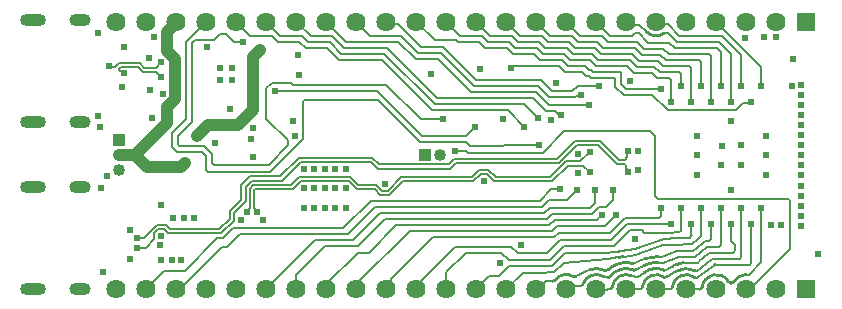
<source format=gbl>
G04*
G04 #@! TF.GenerationSoftware,Altium Limited,Altium Designer,25.8.1 (18)*
G04*
G04 Layer_Physical_Order=4*
G04 Layer_Color=16711680*
%FSLAX25Y25*%
%MOIN*%
G70*
G04*
G04 #@! TF.SameCoordinates,507DAA70-145D-422E-80CD-167F3C6471A6*
G04*
G04*
G04 #@! TF.FilePolarity,Positive*
G04*
G01*
G75*
%ADD11C,0.00600*%
G04:AMPARAMS|DCode=53|XSize=39.37mil|YSize=70.87mil|CornerRadius=19.68mil|HoleSize=0mil|Usage=FLASHONLY|Rotation=270.000|XOffset=0mil|YOffset=0mil|HoleType=Round|Shape=RoundedRectangle|*
%AMROUNDEDRECTD53*
21,1,0.03937,0.03150,0,0,270.0*
21,1,0.00000,0.07087,0,0,270.0*
1,1,0.03937,-0.01575,0.00000*
1,1,0.03937,-0.01575,0.00000*
1,1,0.03937,0.01575,0.00000*
1,1,0.03937,0.01575,0.00000*
%
%ADD53ROUNDEDRECTD53*%
G04:AMPARAMS|DCode=54|XSize=39.37mil|YSize=86.61mil|CornerRadius=19.68mil|HoleSize=0mil|Usage=FLASHONLY|Rotation=270.000|XOffset=0mil|YOffset=0mil|HoleType=Round|Shape=RoundedRectangle|*
%AMROUNDEDRECTD54*
21,1,0.03937,0.04724,0,0,270.0*
21,1,0.00000,0.08661,0,0,270.0*
1,1,0.03937,-0.02362,0.00000*
1,1,0.03937,-0.02362,0.00000*
1,1,0.03937,0.02362,0.00000*
1,1,0.03937,0.02362,0.00000*
%
%ADD54ROUNDEDRECTD54*%
%ADD58C,0.01000*%
%ADD59C,0.01000*%
%ADD66C,0.00603*%
%ADD67R,0.06400X0.06400*%
%ADD68C,0.06400*%
%ADD69C,0.04000*%
%ADD70R,0.04000X0.04000*%
%ADD71R,0.04000X0.04000*%
%ADD72C,0.02400*%
%ADD74C,0.04000*%
D11*
X73700Y87553D02*
X76773D01*
X76800Y87580D01*
X70953Y90300D02*
X73700Y87553D01*
X59682Y53000D02*
X59682Y53000D01*
X55000Y53586D02*
Y56479D01*
X55586Y53000D02*
X59682D01*
X55000Y53586D02*
X55586Y53000D01*
X69047Y90300D02*
X70953D01*
X59700Y65256D02*
Y87437D01*
X67747Y89000D02*
X69047Y90300D01*
X67247Y88500D02*
X67747Y89000D01*
X59700Y61179D02*
Y65256D01*
Y87437D02*
X60763Y88500D01*
X67247D01*
X55000Y56479D02*
X59700Y61179D01*
X67086Y46800D02*
X85290D01*
X66500Y47386D02*
Y50424D01*
Y47386D02*
X67086Y46800D01*
X84500Y72318D02*
X86000Y73818D01*
X84500Y65256D02*
Y72318D01*
X86000Y73818D02*
X86382Y74200D01*
X84500Y62182D02*
X91745Y54937D01*
X84500Y62182D02*
Y65256D01*
X92800Y74200D02*
X93500Y73500D01*
X86382Y74200D02*
X92800D01*
X91745Y53255D02*
Y54937D01*
X85290Y46800D02*
X91745Y53255D01*
X63924Y53000D02*
X66500Y50424D01*
X59682Y53000D02*
X63924D01*
X59682Y53000D02*
Y53000D01*
X93500Y73500D02*
X124500D01*
X151000Y56500D02*
X154000Y59500D01*
X136500Y56500D02*
X151000D01*
X121500Y71500D02*
X136500Y56500D01*
X87500Y71500D02*
X121500D01*
X194286Y79800D02*
X204887D01*
X192286Y81800D02*
X194286Y79800D01*
X185886Y81800D02*
X192286D01*
X183900Y83786D02*
X185886Y81800D01*
X176729Y83786D02*
X183900D01*
X174715Y85800D02*
X176729Y83786D01*
X167543Y85800D02*
X174715D01*
X165543Y87800D02*
X167543Y85800D01*
X158371Y87800D02*
X165543D01*
X156371Y89800D02*
X158371Y87800D01*
X149200Y89800D02*
X156371D01*
X144500Y94500D02*
X149200Y89800D01*
X204887Y79800D02*
X207187Y77500D01*
X212972D01*
X74500Y94500D02*
X79200Y89800D01*
X86371D01*
X88372Y87800D01*
X95543D01*
X97607Y85736D01*
X104779D01*
X108715Y81800D01*
X123058D01*
X139858Y65000D01*
X165000D01*
X170500Y59500D01*
X217704Y81696D02*
X228879D01*
X215900Y83500D02*
X217704Y81696D01*
X228879D02*
X229465Y81110D01*
Y73043D02*
Y81110D01*
X209672Y83500D02*
X215900D01*
X207372Y85800D02*
X209672Y83500D01*
X196772Y85800D02*
X207372D01*
X179214Y89786D02*
X186386D01*
X188372Y87800D01*
X174500Y94500D02*
X179214Y89786D01*
X188372Y87800D02*
X194772D01*
X196772Y85800D01*
X178611Y66732D02*
X192232D01*
X174343Y71000D02*
X178611Y66732D01*
X104500Y94500D02*
X111200Y87800D01*
X141843Y82000D02*
X152843Y71000D01*
X128543Y87800D02*
X134343Y82000D01*
X152843Y71000D02*
X174343D01*
X134343Y82000D02*
X141843D01*
X111200Y87800D02*
X128543D01*
X242850Y16086D02*
Y32396D01*
X242265Y15500D02*
X242850Y16086D01*
X209303Y5500D02*
X209595Y5793D01*
X204500Y5500D02*
X209303D01*
X209595Y5793D02*
X209830Y6027D01*
X227682Y11512D02*
X228016Y11512D01*
X233171Y15500D02*
X242265D01*
X218097Y9444D02*
X221013Y11221D01*
X217518Y9103D02*
X218084Y9436D01*
X227458Y11512D02*
X227682Y11512D01*
X228016Y11512D02*
X232685Y15013D01*
X233171Y15500D01*
X216079Y29542D02*
Y32396D01*
X215493Y28957D02*
X216079Y29542D01*
X203981Y28957D02*
X215493D01*
X44500Y5500D02*
X50500Y11500D01*
X179583Y38700D02*
X182400D01*
X136000Y62000D02*
X143500D01*
X124500Y73500D02*
X136000Y62000D01*
X189200Y89800D02*
X196372D01*
X198372Y87800D02*
X208201D01*
X210501Y85500D02*
X216900D01*
X196372Y89800D02*
X198372Y87800D01*
X208201D02*
X210501Y85500D01*
X140686Y67000D02*
X170500D01*
X123886Y83800D02*
X140686Y67000D01*
X109543Y83800D02*
X123886D01*
X105607Y87736D02*
X109543Y83800D01*
X98436Y87736D02*
X105607D01*
X96372Y89800D02*
X98436Y87736D01*
X89200Y89800D02*
X96372D01*
X84500Y94500D02*
X89200Y89800D01*
X242850Y73043D02*
Y83321D01*
X236513Y89659D02*
X242850Y83321D01*
X236372Y89800D02*
X236513Y89659D01*
X214500Y94500D02*
X215323Y93677D01*
X222200Y89800D02*
X236372D01*
X215323Y93677D02*
X218323D01*
X222200Y89800D01*
X189232Y69732D02*
X189500Y70000D01*
X187821Y69732D02*
X189232D01*
X187389Y69300D02*
X187821Y69732D01*
X178872Y69300D02*
X187389D01*
X175172Y73000D02*
X178872Y69300D01*
X114500Y94500D02*
X119200Y89800D01*
X153672Y73000D02*
X175172D01*
X135172Y84000D02*
X142672D01*
X119200Y89800D02*
X129372D01*
X142672Y84000D02*
X153672Y73000D01*
X129372Y89800D02*
X135172Y84000D01*
X246197Y14086D02*
Y26957D01*
X245611Y13500D02*
X246197Y14086D01*
X227833Y9124D02*
X228166Y9124D01*
X228432Y9324D01*
X214500Y5500D02*
X219303D01*
X219596Y5793D02*
X219830Y6027D01*
X227492Y9124D02*
X227833Y9124D01*
X219303Y5500D02*
X219596Y5793D01*
X228432Y9324D02*
X233998Y13499D01*
X234000Y13500D02*
X245611D01*
X189854Y6750D02*
X190018Y6915D01*
X184500Y5500D02*
X185458Y6458D01*
X189561D02*
X189854Y6750D01*
X207154Y11652D02*
X207354D01*
X222226Y16200D02*
X222640D01*
X227559Y16200D01*
X207832Y11774D02*
X209489Y12677D01*
X215014Y14185D02*
X216710Y14087D01*
X216714Y14087D02*
X222226Y16200D01*
X209489Y12677D02*
X210332Y13137D01*
X216714Y14087D02*
X216714Y14087D01*
X185458Y6458D02*
X189561D01*
X198486Y9298D02*
X198983Y9302D01*
X197007Y9476D02*
X198486Y9298D01*
X227559Y16200D02*
X231360Y19277D01*
X231635Y19500D01*
X235572D02*
X236157Y20086D01*
X231635Y19500D02*
X235572D01*
X236157Y20086D02*
Y32396D01*
X219425Y67604D02*
Y75110D01*
X218839Y75696D02*
X219425Y75110D01*
X214776Y75696D02*
X218839D01*
X212972Y77500D02*
X214776Y75696D01*
X189872Y77800D02*
X191172Y76500D01*
X191929D02*
X192630Y75800D01*
X209500Y70000D02*
X209500Y70000D01*
X203653Y70000D02*
X209500D01*
X200900Y72753D02*
Y75214D01*
X200314Y75800D02*
X200900Y75214D01*
X192630Y75800D02*
X200314D01*
X200900Y72753D02*
X203653Y70000D01*
X175543Y87800D02*
X177557Y85786D01*
X168371Y87800D02*
X175543D01*
X166372Y89800D02*
X168371Y87800D01*
X159200Y89800D02*
X166372D01*
X154500Y94500D02*
X159200Y89800D01*
X177557Y85786D02*
X184729D01*
X186715Y83800D01*
X193115D02*
X195115Y81800D01*
X186715Y83800D02*
X193115D01*
X195115Y81800D02*
X205715D01*
X208015Y79500D01*
X213800D01*
X222772Y73043D02*
Y77110D01*
X222186Y77696D02*
X222772Y77110D01*
X213800Y79500D02*
X215604Y77696D01*
X222186D01*
X128323Y93677D02*
X136000Y86000D01*
X154500Y75000D02*
X176000D01*
X136000Y86000D02*
X143500D01*
X154500Y75000D01*
X125323Y93677D02*
X128323D01*
X124500Y94500D02*
X125323Y93677D01*
X176000Y75000D02*
X179700Y71300D01*
X186561D01*
X188261Y73000D01*
X195500D01*
X191792Y11648D02*
X192252Y11812D01*
X206880Y13903D02*
X207113Y13903D01*
X207322Y14006D01*
X187084Y9426D02*
X187368Y9426D01*
X187838Y9543D02*
X191347Y11411D01*
X191356Y11416D02*
X191792Y11648D01*
X206752Y13903D02*
X206880Y13903D01*
X187368Y9426D02*
X187618Y9426D01*
X187838Y9543D01*
X216077Y16127D02*
X216448D01*
X207322Y14006D02*
X209307Y14983D01*
X210759Y15525D01*
X215115Y16182D02*
X216077Y16127D01*
X218728Y17001D02*
X221397Y18200D01*
X216448Y16127D02*
X218728Y17001D01*
X229663Y20477D02*
X230806Y21500D01*
X232225Y21500D01*
X221397Y18200D02*
X226496D01*
X226851Y18200D01*
X232811Y22086D02*
Y26957D01*
X226851Y18200D02*
X229663Y20477D01*
X232225Y21500D02*
X232811Y22086D01*
X194000Y34147D02*
Y38500D01*
X192353Y32500D02*
X194000Y34147D01*
X179040Y32500D02*
X192353D01*
X232811Y67604D02*
Y83110D01*
X232225Y83696D02*
X232811Y83110D01*
X218704Y83696D02*
X232225D01*
X216900Y85500D02*
X218704Y83696D01*
X184500Y94500D02*
X189200Y89800D01*
X196703Y5028D02*
X197105D01*
X194754Y6296D02*
X194763Y6323D01*
X197105Y5028D02*
X199363Y5473D01*
X206703Y9652D02*
X207717Y9312D01*
X199363Y5473D02*
X199578Y5688D01*
X199580Y5691D02*
X199820Y5930D01*
X208473Y9312D02*
X210406Y10804D01*
X207717Y9312D02*
X208473Y9312D01*
X217779Y11592D02*
X219970Y12927D01*
X217498Y11592D02*
X217779Y11592D01*
X217288D02*
X217498Y11592D01*
X220452Y13221D02*
X220954Y13445D01*
X219975Y12931D02*
X220452Y13221D01*
X223484Y14140D02*
X223990Y14200D01*
X196121Y30000D02*
X196500D01*
X194621Y28500D02*
X196121Y30000D01*
X180696Y28500D02*
X194621D01*
X164061Y53500D02*
X175500D01*
X121672Y68500D02*
X135672Y54500D01*
X151000D01*
X163561Y53000D02*
X164061Y53500D01*
X151000Y54500D02*
X152500Y53000D01*
X163561D01*
X96700Y67914D02*
X97286Y68500D01*
X121672D01*
X96700Y55382D02*
Y67914D01*
X57700Y87700D02*
X58000Y88000D01*
X59000Y89000D02*
X64500Y94500D01*
X58000Y88000D02*
X59000Y89000D01*
X65008Y44500D02*
X78440D01*
X78445Y44504D02*
X85823D01*
X64422Y45086D02*
X65008Y44500D01*
X64422Y45086D02*
Y49674D01*
X78440Y44500D02*
X78445Y44504D01*
X85823D02*
X96700Y55382D01*
X60510Y51000D02*
X60510Y51000D01*
X63096D01*
X58853D02*
X58853Y51000D01*
X63096Y51000D02*
X64422Y49674D01*
X58853Y51000D02*
X60510D01*
X53000Y52715D02*
X54715Y51000D01*
X57700Y62008D02*
Y87700D01*
X54715Y51000D02*
X58853D01*
X53000Y52715D02*
Y57308D01*
X57700Y62008D01*
X216804Y79696D02*
X225514D01*
X208844Y81500D02*
X215000D01*
X206544Y83800D02*
X208844Y81500D01*
X215000D02*
X216804Y79696D01*
X225514D02*
X226100Y79110D01*
Y67622D02*
Y79110D01*
X193943Y85800D02*
X195943Y83800D01*
X187543Y85800D02*
X193943D01*
X195943Y83800D02*
X206544D01*
X164500Y94500D02*
X169200Y89800D01*
X176372D01*
X178386Y87786D01*
X185557D01*
X187543Y85800D01*
X226100Y67622D02*
X226118Y67604D01*
X228282Y21932D02*
X228360Y22002D01*
X229465Y23107D02*
Y32396D01*
X228360Y22002D02*
X229465Y23107D01*
X204810Y26957D02*
X219425D01*
X170500Y67000D02*
X175000Y62500D01*
X176618Y50800D02*
X183818Y58000D01*
X249543Y73043D02*
Y79457D01*
X234500Y94500D02*
X249543Y79457D01*
X217149Y90618D02*
X217492Y90851D01*
X205736Y93264D02*
X208912D01*
X204500Y94500D02*
X205736Y93264D01*
X208912D02*
X211310Y91048D01*
X239504Y67604D02*
Y83839D01*
X218320Y90851D02*
X221372Y87800D01*
X217492Y90851D02*
X218320D01*
X235543Y87800D02*
X239504Y83839D01*
X221372Y87800D02*
X235543D01*
X173886Y83800D02*
X175900Y81786D01*
X166715Y83800D02*
X173886D01*
X164715Y85800D02*
X166715Y83800D01*
X157543Y85800D02*
X164715D01*
X155543Y87800D02*
X157543Y85800D01*
X148372Y87800D02*
X155543D01*
X147786Y88386D02*
X148372Y87800D01*
X140614Y88386D02*
X147786D01*
X134500Y94500D02*
X140614Y88386D01*
X175900Y81786D02*
X183072D01*
X185058Y79800D01*
X216000Y72000D02*
X216200Y72200D01*
X185058Y79800D02*
X190700D01*
X192000Y78500D01*
X202900Y73582D02*
Y77214D01*
X192758Y78500D02*
X193458Y77800D01*
X211500Y72000D02*
X211500Y72000D01*
X193458Y77800D02*
X202314D01*
X192000Y78500D02*
X192758D01*
X211500Y72000D02*
X216000D01*
X202314Y77800D02*
X202900Y77214D01*
Y73582D02*
X204482Y72000D01*
X211500D01*
X223990Y14200D02*
X228267D01*
X228748Y14561D02*
X231831Y16988D01*
X232343Y17500D01*
X239972Y17500D02*
X240265Y17793D01*
X232343Y17500D02*
X239972Y17500D01*
X228267Y14200D02*
X228748Y14561D01*
X240265Y17793D02*
X240850Y18379D01*
Y19967D01*
X239504Y21313D02*
X240850Y19967D01*
X239504Y21313D02*
Y26957D01*
X194754Y6296D02*
X194804D01*
X195991Y5500D01*
X196000D01*
X196703Y5028D01*
X104500Y5500D02*
Y6900D01*
X75600Y23600D02*
X111700D01*
X120783Y32683D02*
X176394D01*
X111700Y23600D02*
X120783Y32683D01*
X124183Y28683D02*
X178050D01*
X104200Y19600D02*
X115100D01*
X124183Y28683D01*
X94500Y9900D02*
X104200Y19600D01*
X122411Y30683D02*
X177222D01*
X113328Y21600D02*
X122411Y30683D01*
X84500Y5500D02*
X100600Y21600D01*
X113328D01*
X94500Y5500D02*
Y9900D01*
X200000Y35082D02*
Y38500D01*
X197618Y32700D02*
X200000Y35082D01*
X195382Y32700D02*
X197618D01*
X179868Y30500D02*
X193182D01*
X178050Y28683D02*
X179868Y30500D01*
X193182D02*
X195382Y32700D01*
X177222Y30683D02*
X179040Y32500D01*
X69706Y19506D02*
X71506D01*
X75600Y23600D01*
X55700Y5500D02*
X69706Y19506D01*
X54500Y5500D02*
X55700D01*
X176394Y32683D02*
X178836Y35125D01*
X184625D01*
X110100Y25600D02*
X119300Y34800D01*
X175683D01*
X179583Y38700D01*
X57300Y11500D02*
X68199Y22399D01*
X50500Y11500D02*
X57300D01*
X68199Y22399D02*
X70163D01*
X73365Y25600D01*
X110100D01*
X177782Y64732D02*
X180789D01*
X182221Y63300D02*
X182600D01*
X180789Y64732D02*
X182221Y63300D01*
X173515Y69000D02*
X177782Y64732D01*
X183517Y13934D02*
X198494Y15261D01*
X201914Y15883D01*
X175350Y10864D02*
X180583Y11000D01*
X170122Y10729D02*
X175350Y10864D01*
X164556Y5498D02*
X170122Y10729D01*
X217265Y22158D02*
X221031Y22222D01*
X217105Y22155D02*
X217265Y22158D01*
X225899Y22585D02*
X226192Y22878D01*
X225851Y22537D02*
X225899Y22585D01*
X183970Y17215D02*
X197658Y17254D01*
X183626Y19700D02*
X200382D01*
X203800Y23118D02*
Y23118D01*
X200382Y19700D02*
X203800Y23118D01*
Y23118D02*
X205638Y24957D01*
X209643D01*
X178926Y15000D02*
X183626Y19700D01*
X225211Y22293D02*
X225556Y22298D01*
X225851Y22537D01*
X226192Y22878D02*
Y23292D01*
X226118Y26957D02*
X226192Y23313D01*
X224071Y22273D02*
X225211Y22293D01*
X223828Y22269D02*
X224071Y22273D01*
X221031Y22222D02*
X223828Y22269D01*
X165318Y15000D02*
X178926D01*
X162918Y17400D02*
X165318Y15000D01*
X144500Y10900D02*
X151000Y17400D01*
X162918D01*
X144500Y5500D02*
Y10900D01*
X209643Y24957D02*
X210400Y24200D01*
X218905D01*
X218919Y24200D01*
X222186Y24248D01*
X222772Y24833D02*
Y32396D01*
X222186Y24248D02*
X222772Y24833D01*
X182053Y24200D02*
X199225D01*
X180536Y22683D02*
X182053Y24200D01*
X199225D02*
X203981Y28957D01*
X182382Y21700D02*
X199553D01*
X181300Y20618D02*
X182382Y21700D01*
X199553D02*
X204810Y26957D01*
X181300Y20618D02*
Y20618D01*
X177964Y17283D02*
X181300Y20618D01*
X168382Y17283D02*
X177964D01*
X134500Y6400D02*
X147551Y19451D01*
X166213D02*
X168382Y17283D01*
X147551Y19451D02*
X166213D01*
X139983Y22683D02*
X180536D01*
X125973Y8673D02*
X139983Y22683D01*
X134500Y5500D02*
Y6400D01*
X125973Y8435D02*
Y8673D01*
X124500Y5500D02*
Y6961D01*
X125973Y8435D01*
X197525Y26500D02*
X198696Y27672D01*
X181525Y26500D02*
X197525D01*
X132283Y24683D02*
X179707D01*
X114500Y6900D02*
X132283Y24683D01*
X198696Y27672D02*
Y27696D01*
X179707Y24683D02*
X181525Y26500D01*
X114500Y5500D02*
Y6900D01*
X127883Y26683D02*
X178879D01*
X180696Y28500D01*
X118700Y17500D02*
X127883Y26683D01*
X115100Y17500D02*
X118700D01*
X104500Y6900D02*
X115100Y17500D01*
X214000Y36500D02*
X215000Y35500D01*
X214000Y36500D02*
Y56500D01*
X183818Y58000D02*
X212500D01*
X214000Y56500D01*
X215000Y35500D02*
X258414D01*
X259000Y34914D01*
Y18600D02*
Y34914D01*
X245900Y5500D02*
X259000Y18600D01*
X175286Y5500D02*
X177786Y8000D01*
X179936Y8000D01*
X174500Y5500D02*
X175286D01*
X202624Y18060D02*
X207268Y18760D01*
X207359Y18774D02*
X217105Y22155D01*
X197658Y17254D02*
X200589Y17700D01*
X201325Y17815D01*
X207268Y18760D02*
X207359Y18774D01*
X201325Y17815D02*
X201984Y17948D01*
X162085Y9767D02*
X165318Y13000D01*
X154500Y5500D02*
X158767Y9767D01*
X162085D01*
X154500Y5500D02*
X155214Y5383D01*
X155617D01*
X165318Y13000D02*
X179755D01*
X183970Y17215D01*
X249543Y14379D02*
Y32396D01*
X245641Y10476D02*
X249543Y14379D01*
X244500Y10200D02*
X245365Y10200D01*
X245641Y10476D01*
X244500Y5500D02*
X245900D01*
X226417Y20423D02*
X228282Y21932D01*
X220569Y20200D02*
X226264Y20299D01*
X226417Y20423D01*
X208308Y16894D02*
X216807Y19887D01*
X220569Y20200D01*
X203640Y16165D02*
X207697Y16774D01*
X208308Y16894D01*
X180583Y11000D02*
X183260Y13677D01*
X183517Y13934D01*
X184625Y35125D02*
X188000Y38500D01*
X208651Y90697D02*
X211848Y87500D01*
X236157Y73043D02*
Y84357D01*
X220643Y85700D02*
X234815D01*
X211848Y87500D02*
X218843D01*
X220643Y85700D01*
X234815D02*
X236157Y84357D01*
X199200Y89800D02*
X206447D01*
X194500Y94500D02*
X199200Y89800D01*
X206447D02*
X207344Y90697D01*
X208651D01*
X141515Y69000D02*
X173515D01*
X124715Y85800D02*
X141515Y69000D01*
X110371Y85800D02*
X124715D01*
X106436Y89736D02*
X110371Y85800D01*
X99264Y89736D02*
X106436D01*
X94500Y94500D02*
X99264Y89736D01*
X224500Y5500D02*
X228850Y5363D01*
X228865Y5363D01*
X228866D02*
X229280Y5363D01*
X229573Y5656D01*
X229575Y5658D02*
X229817Y5900D01*
X198696Y27696D02*
X201000Y30000D01*
X151872Y50800D02*
X176618D01*
X151172Y51500D02*
X151872Y50800D01*
X147500Y51500D02*
X151172D01*
X245929Y67336D02*
X246197Y67604D01*
X243550Y67336D02*
X245929D01*
X241118Y64904D02*
X243550Y67336D01*
X166379Y79000D02*
X167165Y79786D01*
X166000Y79000D02*
X166379D01*
X167165Y79786D02*
X182244D01*
X184230Y77800D01*
X218307Y64904D02*
X241118D01*
X213211Y70000D02*
X218307Y64904D01*
X184230Y77800D02*
X189872D01*
X191172Y76500D02*
X191929D01*
X209500Y70000D02*
X213211D01*
D53*
X22521Y95008D02*
D03*
Y60992D02*
D03*
Y39508D02*
D03*
Y5492D02*
D03*
D54*
X6772Y95008D02*
D03*
Y60992D02*
D03*
Y39508D02*
D03*
Y5492D02*
D03*
D58*
X180568Y8188D02*
G03*
X180804Y8403I-548J837D01*
G01*
X180806Y8406D02*
G03*
X180804Y8403I3694J-2906D01*
G01*
X187084Y9426D02*
G03*
X180806Y8406I-2584J-3926D01*
G01*
X179936Y8000D02*
G03*
X180568Y8188I0J1158D01*
G01*
X202624Y18060D02*
G03*
X201984Y17948I1876J-12561D01*
G01*
X244500Y10200D02*
G03*
X240375Y7753I0J-4700D01*
G01*
X203640Y16165D02*
G03*
X201914Y15883I860J-10665D01*
G01*
X226192Y23292D02*
G03*
X226192Y23313I-1000J0D01*
G01*
X211325Y91035D02*
G03*
X217149Y90618I3175J3465D01*
G01*
X211310Y91048D02*
G03*
X211325Y91035I3190J3452D01*
G01*
X206703Y9652D02*
G03*
X199820Y5930I-2203J-4152D01*
G01*
X199578Y5688D02*
G03*
X199580Y5691I-707J707D01*
G01*
X219975Y12931D02*
G03*
X219970Y12927I4525J-7431D01*
G01*
X223484Y14140D02*
G03*
X220954Y13445I1016J-8640D01*
G01*
X217288Y11592D02*
G03*
X210406Y10804I-2788J-6092D01*
G01*
X228865Y5363D02*
X228866D01*
X229573Y5656D02*
G03*
X229575Y5658I-707J707D01*
G01*
X238625Y7753D02*
G03*
X229817Y5900I-4125J-2253D01*
G01*
X238625Y7753D02*
G03*
X240375Y7753I875J484D01*
G01*
X197343Y11567D02*
G03*
X192252Y11812I-2843J-6067D01*
G01*
X197343Y11567D02*
G03*
X198451Y11752I417J909D01*
G01*
X206752Y13903D02*
G03*
X198451Y11752I-2252J-8403D01*
G01*
X191356Y11416D02*
G03*
X191347Y11411I3145J-5916D01*
G01*
X215115Y16182D02*
G03*
X210759Y15525I-615J-10682D01*
G01*
X233998Y13499D02*
G03*
X234000Y13500I-600J800D01*
G01*
X227492Y9124D02*
G03*
X219830Y6027I-2992J-3624D01*
G01*
X197007Y9476D02*
G03*
X190018Y6915I-2507J-3976D01*
G01*
X198353Y9306D02*
G03*
X198486Y9298I125J992D01*
G01*
X207154Y11652D02*
G03*
X198983Y9302I-2654J-6152D01*
G01*
X207354Y11652D02*
G03*
X207832Y11774I0J1000D01*
G01*
X216710Y14087D02*
G03*
X216714Y14087I57J998D01*
G01*
X215014Y14185D02*
G03*
X210332Y13137I-514J-8685D01*
G01*
X217518Y9103D02*
G03*
X209830Y6027I-3018J-3603D01*
G01*
X218084Y9436D02*
G03*
X218097Y9444I-507J862D01*
G01*
X227458Y11512D02*
G03*
X221013Y11221I-2958J-6012D01*
G01*
D59*
X225899Y22585D02*
D03*
X217498Y11592D02*
D03*
X220452Y13221D02*
D03*
X187838Y9543D02*
D03*
X206880Y13903D02*
D03*
X207322Y14006D02*
D03*
X187368Y9426D02*
D03*
X227833Y9124D02*
D03*
X219596Y5793D02*
D03*
X228432Y9324D02*
D03*
X189854Y6750D02*
D03*
X209595Y5793D02*
D03*
X227682Y11512D02*
D03*
D66*
X114658Y38597D02*
X120664D01*
X92761Y40000D02*
X95465Y42704D01*
X112534D02*
X115239Y40000D01*
X130036Y41297D02*
X153542D01*
X120664Y38597D02*
X122466Y36795D01*
X115239Y40000D02*
X121245D01*
X125534Y36795D02*
X130036Y41297D01*
X152961Y42700D02*
X155466Y45204D01*
X153542Y41297D02*
X156047Y43802D01*
X124953Y38199D02*
X129455Y42700D01*
X111953Y41302D02*
X114658Y38597D01*
X93342D02*
X96047Y41302D01*
X111953D01*
X121245Y40000D02*
X123047Y38199D01*
X129455Y42700D02*
X152961D01*
X95465Y42704D02*
X112534D01*
X123047Y38199D02*
X124953D01*
X122466Y36795D02*
X125534D01*
X156047Y43802D02*
X157953D01*
X155466Y45204D02*
X158534D01*
X161039Y42700D01*
X179797Y41297D02*
X185000Y46500D01*
X160458Y41297D02*
X179797D01*
X179216Y42700D02*
X184419Y47903D01*
X161039Y42700D02*
X179216D01*
X157953Y43802D02*
X160458Y41297D01*
X78100Y31000D02*
Y31353D01*
X78999Y32252D02*
Y38825D01*
X78100Y31353D02*
X78999Y32252D01*
X81300Y31000D02*
Y31353D01*
X80401Y32252D02*
X81300Y31353D01*
X80401Y32252D02*
Y38244D01*
X80755Y38597D01*
X78999Y38825D02*
X80174Y40000D01*
X80755Y38597D02*
X93342D01*
X80174Y40000D02*
X92761D01*
X184419Y47903D02*
X189203D01*
X192400Y51100D01*
X190200Y46500D02*
X192400Y44300D01*
X185000Y46500D02*
X190200D01*
X79689Y41500D02*
X89745D01*
X79108Y42903D02*
X89164D01*
X89745Y41500D02*
X96047Y47802D01*
X89164Y42903D02*
X95465Y49204D01*
X77596Y39406D02*
X79689Y41500D01*
X76192Y39987D02*
X79108Y42903D01*
X35937Y79241D02*
X41841D01*
X35564Y78869D02*
X35937Y79241D01*
X35564Y78369D02*
Y78869D01*
Y78369D02*
X36933Y77000D01*
X41841Y79241D02*
X43284Y77798D01*
X47701D01*
X49500Y76000D01*
X35356Y80644D02*
X42422D01*
X32344Y79436D02*
X34147D01*
X35356Y80644D01*
X43865Y79202D02*
X47701D01*
X32000Y79779D02*
X32344Y79436D01*
X42422Y80644D02*
X43865Y79202D01*
X47701D02*
X49500Y81000D01*
X205000Y44500D02*
Y44986D01*
X204333Y45654D02*
Y46636D01*
Y45654D02*
X205000Y44986D01*
X201941Y48465D02*
X204016D01*
X203906Y47062D02*
X204333Y46636D01*
X204016Y48465D02*
X204851Y49301D01*
Y51051D02*
X205100Y51300D01*
X204851Y49301D02*
Y51051D01*
X201360Y47062D02*
X203906D01*
X195020Y53401D02*
X201360Y47062D01*
X195601Y54804D02*
X201941Y48465D01*
X41564Y22334D02*
X43595D01*
X41500Y22399D02*
X41564Y22334D01*
X43595D02*
X47966Y26704D01*
X44350Y19198D02*
X47199Y22047D01*
X48547Y25302D02*
X50453D01*
X47199Y23953D02*
X48547Y25302D01*
X47199Y22047D02*
Y23953D01*
X41500Y19198D02*
X44350D01*
X69500Y24000D02*
X73699Y28199D01*
X51034Y26704D02*
X52336Y25403D01*
X50453Y25302D02*
X51755Y24000D01*
X52336Y25403D02*
X68919D01*
X51755Y24000D02*
X69500D01*
X68919Y25403D02*
X72295Y28780D01*
X47966Y26704D02*
X51034D01*
X72295Y28780D02*
Y31234D01*
X77596Y34550D02*
Y39406D01*
X73699Y28199D02*
Y30653D01*
X76192Y35131D02*
Y39987D01*
X73699Y30653D02*
X77596Y34550D01*
X72295Y31234D02*
X76192Y35131D01*
X96047Y47802D02*
X119334D01*
X121640Y45496D01*
X145848D01*
X147751Y47398D01*
X187933Y53401D02*
X195020D01*
X181930Y47398D02*
X187933Y53401D01*
X147751Y47398D02*
X181930D01*
X95465Y49204D02*
X119915D01*
X122221Y46898D01*
X145267D01*
X147170Y48801D01*
X181349D01*
X187352Y54804D02*
X195601D01*
X181349Y48801D02*
X187352Y54804D01*
D67*
X264500Y94500D02*
D03*
Y5500D02*
D03*
D68*
X254500D02*
D03*
X44500Y94500D02*
D03*
X34500Y5500D02*
D03*
X64500D02*
D03*
X74500D02*
D03*
X234500Y94500D02*
D03*
X204500D02*
D03*
X134500D02*
D03*
X194500Y5500D02*
D03*
X104500D02*
D03*
X64500Y94500D02*
D03*
X164500D02*
D03*
Y5500D02*
D03*
X134500D02*
D03*
X54500D02*
D03*
X194500Y94500D02*
D03*
X94500D02*
D03*
X224500Y5500D02*
D03*
X114500D02*
D03*
X244500D02*
D03*
X224500Y94500D02*
D03*
X154500D02*
D03*
X124500D02*
D03*
X174500Y5500D02*
D03*
X84500D02*
D03*
X254500Y94500D02*
D03*
X184500D02*
D03*
X84500D02*
D03*
X234500Y5500D02*
D03*
X144500D02*
D03*
X214500Y94500D02*
D03*
X114500D02*
D03*
X214500Y5500D02*
D03*
X184500D02*
D03*
X144500Y94500D02*
D03*
X74500D02*
D03*
X154500Y5500D02*
D03*
X94500D02*
D03*
X174500Y94500D02*
D03*
X104500D02*
D03*
X204500Y5500D02*
D03*
X124500D02*
D03*
X44500D02*
D03*
X54500Y94500D02*
D03*
X244500D02*
D03*
X34500D02*
D03*
D69*
X142500Y50000D02*
D03*
X35500Y45000D02*
D03*
Y50000D02*
D03*
D70*
X137500D02*
D03*
D71*
X35500Y55000D02*
D03*
D72*
X76800Y87580D02*
D03*
X64600Y86000D02*
D03*
X242800Y46800D02*
D03*
X207400Y22200D02*
D03*
X162400Y13900D02*
D03*
X182600Y63300D02*
D03*
X175000Y62500D02*
D03*
X179400Y61800D02*
D03*
X49000Y20000D02*
D03*
X49500Y23000D02*
D03*
X95000Y83500D02*
D03*
X76000Y28500D02*
D03*
X83500D02*
D03*
X244000Y88900D02*
D03*
X260000Y82000D02*
D03*
X262641Y73323D02*
D03*
X259685Y73137D02*
D03*
X262641Y66630D02*
D03*
Y69976D02*
D03*
Y63283D02*
D03*
Y56590D02*
D03*
Y59937D02*
D03*
Y53244D02*
D03*
X155650Y78758D02*
D03*
X139500Y77000D02*
D03*
X239504Y61500D02*
D03*
X251004Y56496D02*
D03*
X242800Y53300D02*
D03*
X236300Y53200D02*
D03*
X205600Y74700D02*
D03*
X228004Y56496D02*
D03*
X208400Y51500D02*
D03*
X163500Y62000D02*
D03*
X262641Y46551D02*
D03*
Y49898D02*
D03*
Y43205D02*
D03*
Y29819D02*
D03*
Y36512D02*
D03*
Y39858D02*
D03*
Y33165D02*
D03*
X268500Y17000D02*
D03*
X262641Y26472D02*
D03*
X256134Y26863D02*
D03*
X252787D02*
D03*
X251004Y50000D02*
D03*
X236200Y46800D02*
D03*
X251004Y43504D02*
D03*
X228004Y50000D02*
D03*
X188500Y50500D02*
D03*
X111000Y45500D02*
D03*
X208400Y45100D02*
D03*
X228004Y43504D02*
D03*
X188500Y44000D02*
D03*
X157000Y41500D02*
D03*
X239504Y38500D02*
D03*
X169500Y19983D02*
D03*
X124000Y40500D02*
D03*
X111000Y39000D02*
D03*
Y32500D02*
D03*
X95328Y76672D02*
D03*
X73000Y75000D02*
D03*
Y79000D02*
D03*
X69000D02*
D03*
Y75000D02*
D03*
X93500Y61500D02*
D03*
X94000Y56500D02*
D03*
X80000Y59000D02*
D03*
X72500Y65500D02*
D03*
X47000Y89500D02*
D03*
X45500Y82500D02*
D03*
X37000Y86000D02*
D03*
X28451Y90549D02*
D03*
X45828Y71672D02*
D03*
X50000Y70500D02*
D03*
X36500Y72720D02*
D03*
X46268Y62500D02*
D03*
X28500Y63000D02*
D03*
X29000Y59500D02*
D03*
X107500Y45500D02*
D03*
X104000D02*
D03*
X100500Y39000D02*
D03*
Y45500D02*
D03*
X97000D02*
D03*
Y39000D02*
D03*
X107500D02*
D03*
X104000D02*
D03*
Y32500D02*
D03*
X97000D02*
D03*
X100500D02*
D03*
X79500Y55500D02*
D03*
X67500Y54000D02*
D03*
X107500Y32500D02*
D03*
X60500Y29000D02*
D03*
X57000D02*
D03*
X53500D02*
D03*
X49500Y33500D02*
D03*
X39000Y25000D02*
D03*
X31500Y43000D02*
D03*
X29500Y39000D02*
D03*
X39000Y15500D02*
D03*
X30216Y11079D02*
D03*
X78100Y31000D02*
D03*
X81300D02*
D03*
X192400Y51100D02*
D03*
Y44300D02*
D03*
X249543Y73043D02*
D03*
X239504Y67604D02*
D03*
X216200Y72200D02*
D03*
X239504Y26957D02*
D03*
X196500Y30000D02*
D03*
X175500Y53500D02*
D03*
X226118Y67604D02*
D03*
X229465Y32396D02*
D03*
X219425Y26957D02*
D03*
X188000Y38500D02*
D03*
X236157Y73043D02*
D03*
X249543Y32396D02*
D03*
X201000Y30000D02*
D03*
X147500Y51500D02*
D03*
X246197Y67604D02*
D03*
X166000Y79000D02*
D03*
X222772Y73043D02*
D03*
X195500Y73000D02*
D03*
X232811Y26957D02*
D03*
X194000Y38500D02*
D03*
X80000Y49500D02*
D03*
X250500Y89500D02*
D03*
X254500D02*
D03*
X181000Y74000D02*
D03*
X232811Y67604D02*
D03*
X222772Y32396D02*
D03*
X242850Y73043D02*
D03*
X189500Y70000D02*
D03*
X246197Y26957D02*
D03*
X236157Y32396D02*
D03*
X219425Y67604D02*
D03*
X170500Y59500D02*
D03*
X226118Y26957D02*
D03*
X200000Y38500D02*
D03*
X229465Y73043D02*
D03*
X192232Y66732D02*
D03*
X242850Y32396D02*
D03*
X216079D02*
D03*
X182400Y38700D02*
D03*
X205000Y44500D02*
D03*
X205100Y51300D02*
D03*
X143500Y62000D02*
D03*
X56000Y15000D02*
D03*
X53000D02*
D03*
X49500D02*
D03*
X82500Y85000D02*
D03*
X62000Y56000D02*
D03*
X57500Y47500D02*
D03*
X154000Y59500D02*
D03*
X87500Y71500D02*
D03*
X36933Y77220D02*
D03*
X49500Y76000D02*
D03*
Y81000D02*
D03*
X32000Y79779D02*
D03*
X41500Y22399D02*
D03*
Y19198D02*
D03*
D74*
X61500Y56500D02*
X65000Y60000D01*
X82443Y85000D02*
X82500D01*
X80100Y65040D02*
Y82657D01*
X82443Y85000D01*
X75060Y60000D02*
X80100Y65040D01*
X65000Y60000D02*
X75060D01*
X56000Y46000D02*
X57500Y47500D01*
X44743Y46000D02*
X56000D01*
X40743Y50000D02*
X44743Y46000D01*
X35500Y50000D02*
X40743D01*
X51500Y60757D01*
Y66060D01*
X54200Y68760D01*
Y81957D01*
X51500Y84657D02*
X54200Y81957D01*
X54500Y93957D02*
Y94500D01*
X51500Y84657D02*
Y90957D01*
X54500Y93957D01*
M02*

</source>
